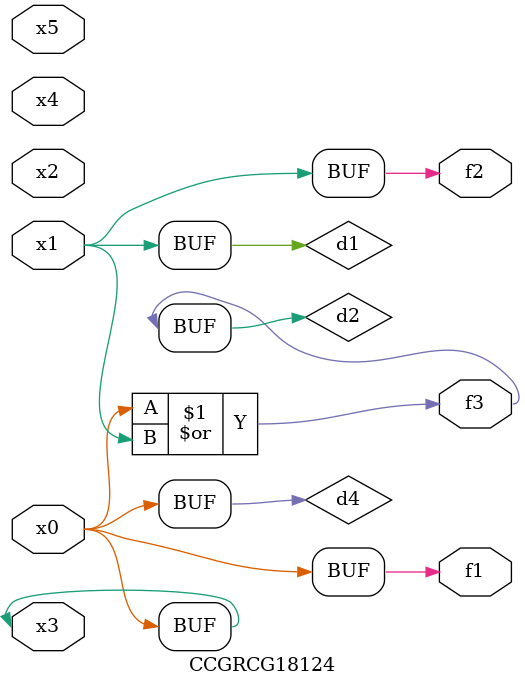
<source format=v>
module CCGRCG18124(
	input x0, x1, x2, x3, x4, x5,
	output f1, f2, f3
);

	wire d1, d2, d3, d4;

	and (d1, x1);
	or (d2, x0, x1);
	nand (d3, x0, x5);
	buf (d4, x0, x3);
	assign f1 = d4;
	assign f2 = d1;
	assign f3 = d2;
endmodule

</source>
